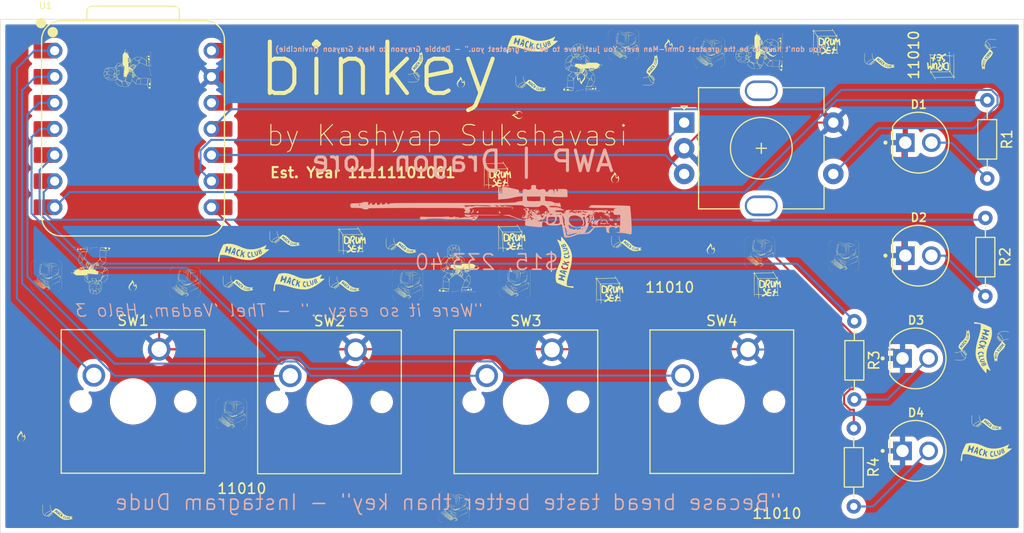
<source format=kicad_pcb>
(kicad_pcb (version 20241229) (generator "pcbnew") (generator_version "9.0")
  (layers (0 "F.Cu" signal) (2 "B.Cu" signal) (13 "F.Paste" user) (15 "B.Paste" user) (5 "F.SilkS" user "F.Silkscreen") (7 "B.SilkS" user "B.Silkscreen") (1 "F.Mask" user) (3 "B.Mask" user) (25 "Edge.Cuts" user))
  (net 0 "")
  (net 1 "GND")
  (net 2 "Net-(D1-PadA)")
  (net 3 "Net-(D2-PadA)")
  (net 4 "Net-(D3-PadA)")
  (net 5 "Net-(D4-PadA)")
  (net 6 "Net-(U1-GPIO0{slash}TX)")
  (net 7 "Net-(U1-GPIO7{slash}SCL)")
  (net 8 "Net-(U1-GPIO6{slash}SDA)")
  (net 9 "Net-(U1-GPIO1{slash}RX)")
  (net 10 "Net-(U1-GPIO26{slash}ADC0{slash}A0)")
  (net 11 "Net-(U1-GPIO27{slash}ADC1{slash}A1)")
  (net 12 "Net-(U1-GPIO28{slash}ADC2{slash}A2)")
  (net 13 "Net-(U1-GPIO29{slash}ADC3{slash}A3)")
  (net 14 "Net-(U1-GPIO3{slash}MOSI)")
  (net 15 "Net-(U1-GPIO2{slash}SCK)")
  (net 16 "Net-(U1-GPIO4{slash}MISO)")
  (footprint "xiaorp2040:computer" (layer "F.Cu") (at 57.5 94.95)
    (property "Reference" "G***" (hide yes))
    (property "Value" "LOGO" (hide yes))
  )
  (footprint "xiaorp2040:drum" (layer "F.Cu") (at 144.51427 74.579607 180)
    (property "Reference" "G***" (hide yes))
    (property "Value" "LOGO" (hide yes))
  )
  (footprint "xiaorp2040:computer" (layer "F.Cu") (at 75.46 108.38)
    (property "Reference" "G***" (hide yes))
    (property "Value" "LOGO" (hide yes))
  )
  (footprint "xiaorp2040:computer" (layer "F.Cu") (at 121.94 73.23)
    (property "Reference" "G***" (hide yes))
    (property "Value" "LOGO" (hide yes))
  )
  (footprint "xiaorp2040:orphSmall" (layer "F.Cu") (at 104.59 76.38)
    (property "Reference" "G***" (hide yes))
    (property "Value" "LOGO" (hide yes))
  )
  (footprint "xiaorp2040:drum" (layer "F.Cu") (at 87.15 91.48)
    (property "Reference" "G***" (hide yes))
    (property "Value" "LOGO" (hide yes))
  )
  (footprint "xiaorp2040:fir" (layer "F.Cu") (at 109.48 75.82 180)
    (property "Reference" "G***" (hide yes))
    (property "Value" "LOGO" (hide yes))
  )
  (footprint "xiaorp2040:flagSmall" (layer "F.Cu") (at 104.75 72.42)
    (property "Reference" "G***" (hide yes))
    (property "Value" "LOGO" (hide yes))
  )
  (footprint "xiaorp2040:computer" (layer "F.Cu") (at 126.834428 92.67)
    (property "Reference" "G***" (hide yes))
    (property "Value" "LOGO" (hide yes))
  )
  (footprint "xiaorp2040:fir" (layer "F.Cu") (at 117.99 72.44)
    (property "Reference" "G***" (hide yes))
    (property "Value" "LOGO" (hide yes))
  )
  (footprint "Button_Switch_Keyboard:SW_Cherry_MX_1.00u_PCB" (layer "F.Cu") (at 87.55 102.16)
    (property "Reference" "SW2" (at -2.54 -2.794 0) (layer "F.SilkS"))
    (property "Value" "SW_Push")
    (pad "" np_thru_hole circle (at -7.62 5.08) (size 1.7 1.7) (drill 1.7) (layers "*.Cu" "*.Mask"))
    (pad "" np_thru_hole circle (at -2.54 5.08) (size 4 4) (drill 4) (layers "*.Cu" "*.Mask"))
    (pad "" np_thru_hole circle (at 2.54 5.08) (size 1.7 1.7) (drill 1.7) (layers "*.Cu" "*.Mask"))
    (pad "1" thru_hole circle (at 0 0) (size 2.2 2.2) (drill 1.5) (layers "*.Cu" "*.Mask") (net 1 "GND"))
    (pad "2" thru_hole circle (at -6.35 2.54) (size 2.2 2.2) (drill 1.5) (layers "*.Cu" "*.Mask") (net 11 "Net-(U1-GPIO27{slash}ADC1{slash}A1)"))
  )
  (footprint "xiaorp2040:drum" (layer "F.Cu") (at 127.52 95.75)
    (property "Reference" "G***" (hide yes))
    (property "Value" "LOGO" (hide yes))
  )
  (footprint "xiaorp2040:orphSmall" (layer "F.Cu") (at 93.48 74.64 90)
    (property "Reference" "G***" (hide yes))
    (property "Value" "LOGO" (hide yes))
  )
  (footprint "xiaorp2040:orphSmall" (layer "F.Cu") (at 91.98 92.14)
    (property "Reference" "G***" (hide yes))
    (property "Value" "LOGO" (hide yes))
  )
  (footprint "xiaorp2040:orphSmall" (layer "F.Cu") (at 80.66 91.46)
    (property "Reference" "G***" (hide yes))
    (property "Value" "LOGO" (hide yes))
  )
  (footprint "xiaorp2040:flagSmall" (layer "F.Cu") (at 82.06 95.57)
    (property "Reference" "G***" (hide yes))
    (property "Value" "LOGO" (hide yes))
  )
  (footprint "xiaorp2040:fir" (layer "F.Cu") (at 127.96 73.236996 90)
    (property "Reference" "G***" (hide yes))
    (property "Value" "LOGO" (hide yes))
  )
  (footprint "xiaorp2040:computer" (layer "F.Cu") (at 135 93.01)
    (property "Reference" "G***" (hide yes))
    (property "Value" "LOGO" (hide yes))
  )
  (footprint "xiaorp2040:RotaryEncoder_EC11" (layer "F.Cu") (at 127 82.55)
    (property "Reference" "SW5")
    (property "Value" "RotaryEncoder_Switch")
    (pad "" np_thru_hole oval (at 0 -5.6) (size 3.2 2) (drill oval 2.8 1.5) (layers "*.Cu" "*.Mask"))
    (pad "" np_thru_hole oval (at 0 5.6) (size 3.2 2) (drill oval 2.8 1.5) (layers "*.Cu" "*.Mask"))
    (pad "A" thru_hole rect (at -7.5 -2.5) (size 2 2) (drill 1) (layers "*.Cu" "*.Mask") (net 15 "Net-(U1-GPIO2{slash}SCK)"))
    (pad "B" thru_hole circle (at -7.5 2.5) (size 2 2) (drill 1) (layers "*.Cu" "*.Mask") (net 16 "Net-(U1-GPIO4{slash}MISO)"))
    (pad "C" thru_hole circle (at -7.5 0) (size 2 2) (drill 1) (layers "*.Cu" "*.Mask") (net 1 "GND"))
    (pad "S1" thru_hole circle (at 7 2.5) (size 2 2) (drill 1) (layers "*.Cu" "*.Mask") (net 14 "Net-(U1-GPIO3{slash}MOSI)"))
    (pad "S2" thru_hole circle (at 7 -2.5) (size 2 2) (drill 1) (layers "*.Cu" "*.Mask") (net 1 "GND"))
  )
  (footprint "Button_Switch_Keyboard:SW_Cherry_MX_1.00u_PCB" (layer "F.Cu") (at 68.45 102.11)
    (property "Reference" "SW1" (at -2.54 -2.794 0) (layer "F.SilkS"))
    (property "Value" "SW_Push")
    (pad "" np_thru_hole circle (at -7.62 5.08) (size 1.7 1.7) (drill 1.7) (layers "*.Cu" "*.Mask"))
    (pad "" np_thru_hole circle (at -2.54 5.08) (size 4 4) (drill 4) (layers "*.Cu" "*.Mask"))
    (pad "" np_thru_hole circle (at 2.54 5.08) (size 1.7 1.7) (drill 1.7) (layers "*.Cu" "*.Mask"))
    (pad "1" thru_hole circle (at 0 0) (size 2.2 2.2) (drill 1.5) (layers "*.Cu" "*.Mask") (net 1 "GND"))
    (pad "2" thru_hole circle (at -6.35 2.54) (size 2.2 2.2) (drill 1.5) (layers "*.Cu" "*.Mask") (net 10 "Net-(U1-GPIO26{slash}ADC0{slash}A0)"))
  )
  (footprint "xiaorp2040:misterChiefSmal" (layer "F.Cu") (at 61.81 94.48 180)
    (property "Reference" "G***" (hide yes))
    (property "Value" "LOGO" (hide yes))
  )
  (footprint "xiaorp2040:computer" (layer "F.Cu") (at 103.03 95.6)
    (property "Reference" "G***" (hide yes))
    (property "Value" "LOGO" (hide yes))
  )
  (footprint "xiaorp2040:flagSmall" (layer "F.Cu") (at 76.67 92.71)
    (property "Reference" "G***" (hide yes))
    (property "Value" "LOGO" (hide yes))
  )
  (footprint "xiaorp2040:misterChiefSmal" (layer "F.Cu") (at 97.52 94.22)
    (property "Reference" "G***" (hide yes))
    (property "Value" "LOGO" (hide yes))
  )
  (footprint "xiaorp2040:fir" (layer "F.Cu") (at 103.25 79.31 90)
    (property "Reference" "G***" (hide yes))
    (property "Value" "LOGO" (hide yes))
  )
  (footprint "xiaorp2040:orphSmall" (layer "F.Cu") (at 116.33 74.95 90)
    (property "Reference" "G***" (hide yes))
    (property "Value" "LOGO" (hide yes))
  )
  (footprint "Resistor_THT:R_Axial_DIN0204_L3.6mm_D1.6mm_P7.62mm_Horizontal" (layer "F.Cu") (at 136.05 99.38 -90)
    (property "Reference" "R3" (at 3.81 -1.92 90) (layer "F.SilkS"))
    (property "Value" "R")
    (pad "1" thru_hole circle (at 0 0 270) (size 1.4 1.4) (drill 0.7) (layers "*.Cu" "*.Mask") (net 8 "Net-(U1-GPIO6{slash}SDA)"))
    (pad "2" thru_hole circle (at 7.62 0 270) (size 1.4 1.4) (drill 0.7) (layers "*.Cu" "*.Mask") (net 4 "Net-(D3-PadA)"))
  )
  (footprint "Button_Switch_Keyboard:SW_Cherry_MX_1.00u_PCB" (layer "F.Cu") (at 125.7 102.135)
    (property "Reference" "SW4" (at -2.54 -2.794 0) (layer "F.SilkS"))
    (property "Value" "SW_Push")
    (pad "" np_thru_hole circle (at -7.62 5.08) (size 1.7 1.7) (drill 1.7) (layers "*.Cu" "*.Mask"))
    (pad "" np_thru_hole circle (at -2.54 5.08) (size 4 4) (drill 4) (layers "*.Cu" "*.Mask"))
    (pad "" np_thru_hole circle (at 2.54 5.08) (size 1.7 1.7) (drill 1.7) (layers "*.Cu" "*.Mask"))
    (pad "1" thru_hole circle (at 0 0) (size 2.2 2.2) (drill 1.5) (layers "*.Cu" "*.Mask") (net 1 "GND"))
    (pad "2" thru_hole circle (at -6.35 2.54) (size 2.2 2.2) (drill 1.5) (layers "*.Cu" "*.Mask") (net 13 "Net-(U1-GPIO29{slash}ADC3{slash}A3)"))
  )
  (footprint "xiaorp2040:fir" (layer "F.Cu") (at 97.79 76.1)
    (property "Reference" "G***" (hide yes))
    (property "Value" "LOGO" (hide yes))
  )
  (footprint "xiaorp2040:LEDRD254W57D500H1070" (layer "F.Cu") (at 142 103)
    (property "Reference" "D3" (at 0.04 -3.708 0) (layer "F.SilkS") (effects (font (size 0.8 0.8))))
    (property "Value" "L08R5000Q1")
    (pad "A" thru_hole circle (at 1.27 0) (size 1.815 1.815) (drill 1.21) (layers "*.Cu" "*.Mask") (net 4 "Net-(D3-PadA)"))
    (pad "C" thru_hole rect (at -1.27 0) (size 1.815 1.815) (drill 1.21) (layers "*.Cu" "*.Mask") (net 1 "GND"))
  )
  (footprint "xiaorp2040:drum" (layer "F.Cu") (at 133.29 72.17)
    (property "Reference" "G***" (hide yes))
    (property "Value" "LOGO" (hide yes))
  )
  (footprint "xiaorp2040:orphSmall" (layer "F.Cu") (at 150.23 101.85 -90)
    (property "Reference" "G***" (hide yes))
    (property "Value" "LOGO" (hide yes))
  )
  (footprint "xiaorp2040:misterChiefSmal" (layer "F.Cu") (at 109.62 74.66)
    (property "Reference" "G***" (hide yes))
    (property "Value" "LOGO" (hide yes))
  )
  (footprint "xiaorp2040:LEDRD254W57D500H1070" (layer "F.Cu") (at 142.27 93)
    (property "Reference" "D2" (at 0.04 -3.708 0) (layer "F.SilkS") (effects (font (size 0.8 0.8))))
    (property "Value" "L08R5000Q1")
    (pad "A" thru_hole circle (at 1.27 0) (size 1.815 1.815) (drill 1.21) (layers "*.Cu" "*.Mask") (net 3 "Net-(D2-PadA)"))
    (pad "C" thru_hole rect (at -1.27 0) (size 1.815 1.815) (drill 1.21) (layers "*.Cu" "*.Mask") (net 1 "GND"))
  )
  (footprint "xiaorp2040:orphSmall" (layer "F.Cu") (at 113.892015 91.939788)
    (property "Reference" "G***" (hide yes))
    (property "Value" "LOGO" (hide yes))
  )
  (footprint "Resistor_THT:R_Axial_DIN0204_L3.6mm_D1.6mm_P7.62mm_Horizontal" (layer "F.Cu") (at 148.97 77.87 -90)
    (property "Reference" "R1" (at 3.81 -1.92 90) (layer "F.SilkS"))
    (property "Value" "R")
    (pad "1" thru_hole circle (at 0 0 270) (size 1.4 1.4) (drill 0.7) (layers "*.Cu" "*.Mask") (net 6 "Net-(U1-GPIO0{slash}TX)"))
    (pad "2" thru_hole circle (at 7.62 0 270) (size 1.4 1.4) (drill 0.7) (layers "*.Cu" "*.Mask") (net 2 "Net-(D1-PadA)"))
  )
  (footprint "xiaorp2040:computer" (layer "F.Cu") (at 97.11 117.47)
    (property "Reference" "G***" (hide yes))
    (property "Value" "LOGO" (hide yes))
  )
  (footprint "xiaorp2040:XIAO-RP2040-DIP" (layer "F.Cu") (at 65.91 80.6685)
    (property "Reference" "U1" (at -8.5 -12 0) (layer "F.SilkS") (effects (font (size 0.635 0.635) (thickness 0.1016))))
    (property "Value" "XIAO-RP2040-DIP")
    (pad "1" smd roundrect (at -8.455 -7.62 180) (size 2.432 1.524) (layers "F.Cu" "F.Mask") (roundrect_rratio 0.1) (net 10 "Net-(U1-GPIO26{slash}ADC0{slash}A0)"))
    (pad "1" thru_hole circle (at -7.62 -7.62 180) (size 1.524 1.524) (drill 0.889) (layers "*.Cu" "*.Mask") (net 10 "Net-(U1-GPIO26{slash}ADC0{slash}A0)"))
    (pad "2" smd roundrect (at -8.455 -5.08 180) (size 2.432 1.524) (layers "F.Cu" "F.Mask") (roundrect_rratio 0.1) (net 11 "Net-(U1-GPIO27{slash}ADC1{slash}A1)"))
    (pad "2" thru_hole circle (at -7.62 -5.08 180) (size 1.524 1.524) (drill 0.889) (layers "*.Cu" "*.Mask") (net 11 "Net-(U1-GPIO27{slash}ADC1{slash}A1)"))
    (pad "3" smd roundrect (at -8.455 -2.54 180) (size 2.432 1.524) (layers "F.Cu" "F.Mask") (roundrect_rratio 0.1) (net 12 "Net-(U1-GPIO28{slash}ADC2{slash}A2)"))
    (pad "3" thru_hole circle (at -7.62 -2.54 180) (size 1.524 1.524) (drill 0.889) (layers "*.Cu" "*.Mask") (net 12 "Net-(U1-GPIO28{slash}ADC2{slash}A2)"))
    (pad "4" smd roundrect (at -8.455 0 180) (size 2.432 1.524) (layers "F.Cu" "F.Mask") (roundrect_rratio 0.1) (net 13 "Net-(U1-GPIO29{slash}ADC3{slash}A3)"))
    (pad "4" thru_hole circle (at -7.62 0 180) (size 1.524 1.524) (drill 0.889) (layers "*.Cu" "*.Mask") (net 13 "Net-(U1-GPIO29{slash}ADC3{slash}A3)"))
    (pad "5" smd roundrect (at -8.455 2.54 180) (size 2.432 1.524) (layers "F.Cu" "F.Mask") (roundrect_rratio 0.1) (net 8 "Net-(U1-GPIO6{slash}SDA)"))
    (pad "5" thru_hole circle (at -7.62 2.54 180) (size 1.524 1.524) (drill 0.889) (layers "*.Cu" "*.Mask") (net 8 "Net-(U1-GPIO6{slash}SDA)"))
    (pad "6" smd roundrect (at -8.455 5.08 180) (size 2.432 1.524) (layers "F.Cu" "F.Mask") (roundrect_rratio 0.1) (net 7 "Net-(U1-GPIO7{slash}SCL)"))
    (pad "6" thru_hole circle (at -7.62 5.08 180) (size 1.524 1.524) (drill 0.889) (layers "*.Cu" "*.Mask") (net 7 "Net-(U1-GPIO7{slash}SCL)"))
    (pad "7" smd roundrect (at -8.455 7.62 180) (size 2.432 1.524) (layers "F.Cu" "F.Mask") (roundrect_rratio 0.1) (net 6 "Net-(U1-GPIO0{slash}TX)"))
    (pad "7" thru_hole circle (at -7.62 7.62 180) (size 1.524 1.524) (drill 0.889) (layers "*.Cu" "*.Mask") (net 6 "Net-(U1-GPIO0{slash}TX)"))
    (pad "8" thru_hole circle (at 7.62 7.62) (size 1.524 1.524) (drill 0.889) (layers "*.Cu" "*.Mask") (net 9 "Net-(U1-GPIO1{slash}RX)"))
    (pad "8" smd roundrect (at 8.455 7.62) (size 2.432 1.524) (layers "F.Cu" "F.Mask") (roundrect_rratio 0.1) (net 9 "Net-(U1-GPIO1{slash}RX)"))
    (pad "9" thru_hole circle (at 7.62 5.08) (size 1.524 1.524) (drill 0.889) (layers "*.Cu" "*.Mask") (net 15 "Net-(U1-GPIO2{slash}SCK)"))
    (pad "9" smd roundrect (at 8.455 5.08) (size 2.432 1.524) (layers "F.Cu" "F.Mask") (roundrect_rratio 0.1) (net 15 "Net-(U1-GPIO2{slash}SCK)"))
    (pad "10" thru_hole circle (at 7.62 2.54) (size 1.524 1.524) (drill 0.889) (layers "*.Cu" "*.Mask") (net 16 "Net-(U1-GPIO4{slash}MISO)"))
    (pad "10" smd roundrect (at 8.455 2.54) (size 2.432 1.524) (layers "F.Cu" "F.Mask") (roundrect_rratio 0.1) (net 16 "Net-(U1-GPIO4{slash}MISO)"))
    (pad "11" thru_hole circle (at 7.62 0) (size 1.524 1.524) (drill 0.889) (layers "*.Cu" "*.Mask") (net 14 "Net-(U1-GPIO3{slash}MOSI)"))
    (pad "11" smd roundrect (at 8.455 0) (size 2.432 1.524) (layers "F.Cu" "F.Mask") (roundrect_rratio 0.1) (net 14 "Net-(U1-GPIO3{slash}MOSI)"))
    (pad "12" thru_hole circle (at 7.62 -2.54) (size 1.524 1.524) (drill 0.889) (layers "*.Cu" "*.Mask"))
    (pad "12" smd roundrect (at 8.455 -2.54) (size 2.432 1.524) (layers "F.Cu" "F.Mask") (roundrect_rratio 0.1))
    (pad "13" thru_hole circle (at 7.62 -5.08) (size 1.524 1.524) (drill 0.889) (layers "*.Cu" "*.Mask") (net 1 "GND"))
    (pad "13" smd roundrect (at 8.455 -5.08) (size 2.432 1.524) (layers "F.Cu" "F.Mask") (roundrect_rratio 0.1) (net 1 "GND"))
    (pad "14" thru_hole circle (at 7.62 -7.62) (size 1.524 1.524) (drill 0.889) (layers "*.Cu" "*.Mask"))
    (pad "14" smd roundrect (at 8.455 -7.62) (size 2.432 1.524) (layers "F.Cu" "F.Mask") (roundrect_rratio 0.1))
  )
  (footprint "xiaorp2040:misterChiefSmal" (layer "F.Cu") (at 65.34 74.87 90)
    (property "Reference" "G***" (hide yes))
    (property "Value" "LOGO" (hide yes))
  )
  (footprint "xiaorp2040:orphSmall" (layer "F.Cu") (at 146.67 101.71 90)
    (property "Reference" "G***" (hide yes))
    (property "Value" "LOGO" (hide yes))
  )
  (footprint "xiaorp2040:orphSmall" (layer "F.Cu") (at 86.46 95.88)
    (property "Reference" "G***" (hide yes))
    (property "Value" "LOGO" (hide yes))
  )
  (footprint "xiaorp2040:flagSmall" (layer "F.Cu") (at 107.87 93.63 90)
    (property "Reference" "G***" (hide yes))
    (property "Value" "LOGO" (hide yes))
  )
  (footprint "xiaorp2040:drum" (layer "F.Cu") (at 112.18573 96.270393)
    (property "Reference" "G***" (hide yes))
    (property "Value" "LOGO" (hide yes))
  )
  (footprint "xiaorp2040:orphSmall" (layer "F.Cu") (at 58.58 118.1)
    (property "Reference" "G***" (hide yes))
    (property "Value" "LOGO" (hide yes))
  )
  (footprint "xiaorp2040:orphSmall" (layer "F.Cu") (at 76.13 95.82)
    (property "Reference" "G***" (hide yes))
    (property "Value" "LOGO" (hide yes))
  )
  (footprint "Resistor_THT:R_Axial_DIN0204_L3.6mm_D1.6mm_P7.62mm_Horizontal" (layer "F.Cu") (at 135.99 109.79 -90)
    (property "Reference" "R4" (at 3.81 -1.92 90) (layer "F.SilkS"))
    (property "Value" "R")
    (pad "1" thru_hole circle (at 0 0 270) (size 1.4 1.4) (drill 0.7) (layers "*.Cu" "*.Mask") (net 9 "Net-(U1-GPIO1{slash}RX)"))
    (pad "2" thru_hole circle (at 7.62 0 270) (size 1.4 1.4) (drill 0.7) (layers "*.Cu" "*.Mask") (net 5 "Net-(D4-PadA)"))
  )
  (footprint "Resistor_THT:R_Axial_DIN0204_L3.6mm_D1.6mm_P7.62mm_Horizontal" (layer "F.Cu") (at 148.79 89.33 -90)
    (property "Reference" "R2" (at 3.81 -1.92 90) (layer "F.SilkS"))
    (property "Value" "R")
    (pad "1" thru_hole circle (at 0 0 270) (size 1.4 1.4) (drill 0.7) (layers "*.Cu" "*.Mask") (net 7 "Net-(U1-GPIO7{slash}SCL)"))
    (pad "2" thru_hole circle (at 7.62 0 270) (size 1.4 1.4) (drill 0.7) (layers "*.Cu" "*.Mask") (net 3 "Net-(D2-PadA)"))
  )
  (footprint "xiaorp2040:fir" (layer "F.Cu") (at 65.88 95.89)
    (property "Reference" "G***" (hide yes))
    (property "Value" "LOGO" (hide yes))
  )
  (footprint "xiaorp2040:LEDRD254W57D500H1070" (layer "F.Cu") (at 142.27 82)
    (property "Reference" "D1" (at 0.04 -3.708 0) (layer "F.SilkS") (effects (font (size 0.8 0.8))))
    (property "Value" "L08R5000Q1")
    (pad "A" thru_hole circle (at 1.27 0) (size 1.815 1.815) (drill 1.21) (layers "*.Cu" "*.Mask") (net 2 "Net-(D1-PadA)"))
    (pad "C" thru_hole rect (at -1.27 0) (size 1.815 1.815) (drill 1.21) (layers "*.Cu" "*.Mask") (net 1 "GND"))
  )
  (footprint "xiaorp2040:orphSmall" (layer "F.Cu") (at 149.02 73.42 -90)
    (property "Reference" "G***" (hide yes))
    (property "Value" "LOGO" (hide yes))
  )
  (footprint "xiaorp2040:orphSmall" (layer "F.Cu") (at 138.5 74.14)
    (property "Reference" "G***" (hide yes))
    (property "Value" "LOGO" (hide yes))
  )
  (footprint "Button_Switch_Keyboard:SW_Cherry_MX_1.00u_PCB" (layer "F.Cu") (at 106.65 102.15)
    (property "Reference" "SW3" (at -2.54 -2.794 0) (layer "F.SilkS"))
    (property "Value" "SW_Push")
    (pad "" np_thru_hole circle (at -7.62 5.08) (size 1.7 1.7) (drill 1.7) (layers "*.Cu" "*.Mask"))
    (pad "" np_thru_hole circle (at -2.54 5.08) (size 4 4) (drill 4) (layers "*.Cu" "*.Mask"))
    (pad "" np_thru_hole circle (at 2.54 5.08) (size 1.7 1.7) (drill 1.7) (layers "*.Cu" "*.Mask"))
    (pad "1" thru_hole circle (at 0 0) (size 2.2 2.2) (drill 1.5) (layers "*.Cu" "*.Mask") (net 1 "GND"))
    (pad "2" thru_hole circle (at -6.35 2.54) (size 2.2 2.2) (drill 1.5) (layers "*.Cu" "*.Mask") (net 12 "Net-(U1-GPIO28{slash}ADC2{slash}A2)"))
  )
  (footprint "xiaorp2040:computer" (layer "F.Cu") (at 92.59 95.79)
    (property "Reference" "G***" (hide yes))
    (property "Value" "LOGO" (hide yes))
  )
  (footprint "xiaorp2040:LEDRD254W57D500H1070" (layer "F.Cu") (at 142 112)
    (property "Reference" "D4" (at 0.04 -3.708 0) (layer "F.SilkS") (effects (font (size 0.8 0.8))))
    (property "Value" "L08R5000Q1")
    (pad "A" thru_hole circle (at 1.27 0) (size 1.815 1.815) (drill 1.21) (layers "*.Cu" "*.Mask") (net 5 "Net-(D4-PadA)"))
    (pad "C" thru_hole rect (at -1.27 0) (size 1.815 1.815) (drill 1.21) (layers "*.Cu" "*.Mask") (net 1 "GND"))
  )
  (footprint "xiaorp2040:orphSmall" (layer "F.Cu") (at 148.92 109.36)
    (property "Reference" "G***" (hide yes))
    (property "Value" "LOGO" (hide yes))
  )
  (footprint "xiaorp2040:fir" (layer "F.Cu") (at 112.78 85.38)
    (property "Reference" "G***" (hide yes))
    (property "Value" "LOGO" (hide yes))
  )
  (footprint "xiaorp2040:fir" (layer "F.Cu") (at 122.09 92.31)
    (property "Reference" "G***" (hide yes))
    (property "Value" "LOGO" (hide yes))
  )
  (footprint "xiaorp2040:fir" (layer "F.Cu") (at 55.04 110.55)
    (property "Reference" "G***" (hide yes))
    (property "Value" "LOGO" (hide yes))
  )
  (footprint "xiaorp2040:computer" (layer "F.Cu") (at 113.59 72.47)
    (property "Reference" "G***" (hide yes))
    (property "Value" "LOGO" (hide yes))
  )
  (footprint "xiaorp2040:drum" (layer "F.Cu") (at 101.27573 85.090393)
    (property "Reference" "G***" (hide yes))
    (property "Value" "LOGO" (hide yes))
  )
  (footprint "xiaorp2040:misterChiefSmal" (layer "F.Cu") (at 126.77 73.13 90)
    (property "Reference" "G***" (hide yes))
    (property "Value" "LOGO" (hide yes))
  )
  (footprint "xiaorp2040:flagSmall" (layer "F.Cu") (at 148.56 101.98 -90)
    (property "Reference" "G***" (hide yes))
    (property "Value" "LOGO" (hide yes))
  )
  (footprint "xiaorp2040:drum" (layer "F.Cu") (at 102.66573 91.231237)
    (property "Reference" "G***" (hide yes))
    (property "Value" "LOGO" (hide yes))
  )
  (footprint "xiaorp2040:flagSmall" (layer "F.Cu") (at 148.883886 112.1)
    (property "Reference" "G***" (hide yes))
    (property "Value" "LOGO" (hide yes))
  )
  (footprint "xiaorp2040:computer" (layer "F.Cu") (at 70.97 95.58)
    (property "Reference" "G***" (hide yes))
    (property "Value" "LOGO" (hide yes))
  )
  (footprint "xiaorp2040:awpmid" (layer "B.Cu") (at 100.69 88.02 180)
    (property "Reference" "G***" (hide yes))
    (property "Value" "LOGO" (hide yes))
  )
  (gr_rect (start 53 70) (end 152.52 120) (stroke (width 0.05)) (fill no) (layer "Edge.Cuts"))
  (gr_text "11010" (at 74.01 116.26 0) (layer "F.SilkS") (effects (font (size 1 1)) (justify left bottom)))
  (gr_text "binkey" (at 77.76 77.8 0) (layer "F.SilkS") (effects (font (size 5 5) (thickness 0.4)) (justify left bottom)))
  (gr_text "11010" (at 115.62 96.67 0) (layer "F.SilkS") (effects (font (size 1 1)) (justify left bottom)))
  (gr_text "11010" (at 126.04 118.68 0) (layer "F.SilkS") (effects (font (size 1 1)) (justify left bottom)))
  (gr_text "Est. Year 11111101001" (at 79.13 85.51 0) (layer "F.SilkS") (effects (font (size 1 1) (thickness 0.2) (bold yes)) (justify left bottom)))
  (gr_text "by Kashyap Sukshavasi" (at 78.77 82.48 0) (layer "F.SilkS") (effects (font (size 2 2) (thickness 0.1)) (justify left bottom)))
  (gr_text "11010" (at 142.41 75.94 90) (layer "F.SilkS") (effects (font (size 1 1)) (justify left bottom)))
  (gr_text "{dblquote}Becase bread taste better than key{dblquote} - Instagram Dude" (at 129.08 117.881372 -0) (layer "B.SilkS") (effects (font (size 1.5 1.5)) (justify left bottom mirror)))
  (gr_text "$15, 233.40" (at 107.396573 94.511293 -0) (layer "B.SilkS") (effects (font (size 1.5 1.5)) (justify left bottom mirror)))
  (gr_text "AWP | Dragon Lore" (at 112.827213 84.978784 -0) (layer "B.SilkS") (effects (font (size 2 2) (thickness 0.3)) (justify left bottom mirror)))
  (gr_text "{dblquote}You don't have to be the greatest Omni-Man ever. You just have to be the greatest you.{dblquote} - Debbie Grayson to Mark Grayson (Invincible)" (at 133.38902 73.191759 -0) (layer "B.SilkS") (effects (font (size 0.5 0.5) (thickness 0.1)) (justify left bottom mirror)))
  (gr_text "{dblquote}Were it so easy...{dblquote} - Thel 'Vadam, Halo 3" (at 100.14 99.04 0) (layer "B.SilkS") (effects (font (size 1.2 1.2) (thickness 0.12) (italic yes)) (justify left bottom mirror)))
  (segment (start 68.45 80.6685) (end 73.53 75.5885) (width 0.2) (layer "F.Cu") (net 1))
  (segment (start 68.45 102.11) (end 125.675 102.11) (width 0.2) (layer "F.Cu") (net 1))
  (segment (start 68.45 102.11) (end 87.5 102.11) (width 0.2) (layer "F.Cu") (net 1))
  (segment (start 140.73 112) (end 140.73 82.27) (width 0.2) (layer "F.Cu") (net 1))
  (segment (start 122 80.05) (end 134 80.05) (width 0.2) (layer "F.Cu") (net 1))
  (segment (start 119.5 82.55) (end 122 80.05) (width 0.2) (layer "F.Cu") (net 1))
  (segment (start 140.73 112) (end 140.73 103) (width 0.2) (layer "F.Cu") (net 1))
  (segment (start 106.61 102.11) (end 106.65 102.15) (width 0.2) (layer "F.Cu") (net 1))
  (segment (start 140.73 93.27) (end 141 93) (width 0.2) (layer "F.Cu") (net 1))
  (segment (start 135.95 82) (end 141 82) (width 0.2) (layer "F.Cu") (net 1))
  (segment (start 68.45 102.11) (end 106.61 102.11) (width 0.2) (layer "F.Cu") (net 1))
  (segment (start 134 80.05) (end 135.95 82) (width 0.2) (layer "F.Cu") (net 1))
  (segment (start 87.5 102.11) (end 87.55 102.16) (width 0.2) (layer "F.Cu") (net 1))
  (segment (start 125.675 102.11) (end 125.7 102.135) (width 0.2) (layer "F.Cu") (net 1))
  (segment (start 68.45 102.11) (end 68.45 80.6685) (width 0.2) (layer "F.Cu") (net 1))
  (segment (start 140.73 82.27) (end 141 82) (width 0.2) (layer "F.Cu") (net 1))
  (segment (start 140.73 112) (end 140.73 93.27) (width 0.2) (layer "F.Cu") (net 1))
  (segment (start 125.7 102.135) (end 139.865 102.135) (width 0.2) (layer "B.Cu") (net 1))
  (segment (start 139.865 102.135) (end 140.73 103) (width 0.2) (layer "B.Cu") (net 1))
  (segment (start 145.48 82) (end 148.97 85.49) (width 0.2) (layer "B.Cu") (net 2))
  (segment (start 143.54 82) (end 145.48 82) (width 0.2) (layer "B.Cu") (net 2))
  (segment (start 143.54 93) (end 144.84 93) (width 0.2) (layer "B.Cu") (net 3))
  (segment (start 144.84 93) (end 148.79 96.95) (width 0.2) (layer "B.Cu") (net 3))
  (segment (start 143.27 103) (end 139.27 107) (width 0.2) (layer "B.Cu") (net 4))
  (segment (start 139.27 107) (end 136.05 107) (width 0.2) (layer "B.Cu") (net 4))
  (segment (start 137.86 117.41) (end 135.99 117.41) (width 0.2) (layer "B.Cu") (net 5))
  (segment (start 143.27 112) (end 137.86 117.41) (width 0.2) (layer "B.Cu") (net 5))
  (segment (start 125.398608 86.8115) (end 134.340108 77.87) (width 0.2) (layer "B.Cu") (net 6))
  (segment (start 59.767 86.8115) (end 125.398608 86.8115) (width 0.2) (layer "B.Cu") (net 6))
  (segment (start 58.29 88.2885) (end 59.767 86.8115) (width 0.2) (layer "B.Cu") (net 6))
  (segment (start 134.340108 77.87) (end 148.97 77.87) (width 0.2) (layer "B.Cu") (net 6))
  (segment (start 57.227 88.72881) (end 57.99919 89.501) (width 0.2) (layer "B.Cu") (net 7))
  (segment (start 58.29 85.7485) (end 57.227 86.8115) (width 0.2) (layer "B.Cu") (net 7))
  (segment (start 57.99919 89.501) (end 148.619 89.501) (width 0.2) (layer "B.Cu") (net 7))
  (segment (start 57.227 86.8115) (end 57.227 88.72881) (width 0.2) (layer "B.Cu") (net 7))
  (segment (start 148.619 89.501) (end 148.79 89.33) (width 0.2) (layer "B.Cu") (net 7))
  (segment (start 58.29 83.2085) (end 56.826 84.6725) (width 0.2) (layer "B.Cu") (net 8))
  (segment (start 61.71009 93.779) (end 130.449 93.779) (width 0.2) (layer "B.Cu") (net 8))
  (segment (start 130.449 93.779) (end 136.05 99.38) (width 0.2) (layer "B.Cu") (net 8))
  (segment (start 56.826 84.6725) (end 56.826 88.89491) (width 0.2) (layer "B.Cu") (net 8))
  (segment (start 56.826 88.89491) (end 61.71009 93.779) (width 0.2) (layer "B.Cu") (net 8))
  (segment (start 135.049 107.414628) (end 135.049 106.585372) (width 0.2) (layer "F.Cu") (net 9))
  (segment (start 126.054372 90.8) (end 76.0415 90.8) (width 0.2) (layer "F.Cu") (net 9))
  (segment (start 135.049 106.585372) (end 135.635372 105.999) (width 0.2) (layer "F.Cu") (net 9))
  (segment (start 135.99 100.735628) (end 126.054372 90.8) (width 0.2) (layer "F.Cu") (net 9))
  (segment (start 135.99 105.999) (end 135.99 100.735628) (width 0.2) (layer "F.Cu") (net 9))
  (segment (start 135.99 109.79) (end 135.99 108.001) (width 0.2) (layer "F.Cu") (net 9))
  (segment (start 135.99 108.001) (end 135.635372 108.001) (width 0.2) (layer "F.Cu") (net 9))
  (segment (start 135.635372 108.001) (end 135.049 107.414628) (width 0.2) (layer "F.Cu") (net 9))
  (segment (start 76.0415 90.8) (end 73.53 88.2885) (width 0.2) (layer "F.Cu") (net 9))
  (segment (start 135.635372 105.999) (end 135.99 105.999) (width 0.2) (layer "F.Cu") (net 9))
  (segment (start 54.62 74.71) (end 54.66 74.71) (width 0.2) (layer "B.Cu") (net 10))
  (segment (start 62.1 104.65) (end 54.62 97.17) (width 0.2) (layer "B.Cu") (net 10))
  (segment (start 54.62 97.17) (end 54.62 74.71) (width 0.2) (layer "B.Cu") (net 10))
  (segment (start 56.3215 73.0485) (end 58.29 73.0485) (width 0.2) (layer "B.Cu") (net 10))
  (segment (start 54.66 74.71) (end 56.3215 73.0485) (width 0.2) (layer "B.Cu") (net 10))
  (segment (start 56.4415 75.5885) (end 58.29 75.5885) (width 0.2) (layer "B.Cu") (net 11))
  (segment (start 64.131314 104.7) (end 55.12 95.688686) (width 0.2) (layer "B.Cu") (net 11))
  (segment (start 81.2 104.7) (end 64.131314 104.7) (width 0.2) (layer "B.Cu") (net 11))
  (segment (start 55.12 76.86) (end 55.17 76.86) (width 0.2) (layer "B.Cu") (net 11))
  (segment (start 55.17 76.86) (end 56.4415 75.5885) (width 0.2) (layer "B.Cu") (net 11))
  (segment (start 55.12 95.688686) (end 55.12 76.86) (width 0.2) (layer "B.Cu") (net 11))
  (segment (start 83.191314 104.69) (end 81.800314 103.299) (width 0.2) (layer "B.Cu") (net 12))
  (segment (start 100.3 104.69) (end 83.191314 104.69) (width 0.2) (layer "B.Cu") (net 12))
  (segment (start 55.64 95.04) (end 55.64 79.27) (width 0.2) (layer "B.Cu") (net 12))
  (segment (start 80.407686 103.511) (end 64.111 103.511) (width 0.2) (layer "B.Cu") (net 12))
  (segment (start 81.800314 103.299) (end 80.619686 103.299) (width 0.2) (layer "B.Cu") (net 12))
  (segment (start 80.619686 103.299) (end 80.407686 103.511) (width 0.2) (layer "B.Cu") (net 12))
  (segment (start 55.64 79.27) (end 56.7815 78.1285) (width 0.2) (layer "B.Cu") (net 12))
  (segment (start 64.111 103.511) (end 55.64 95.04) (width 0.2) (layer "B.Cu") (net 12))
  (segment (start 56.7815 78.1285) (end 58.29 78.1285) (width 0.2) (layer "B.Cu") (net 12))
  (segment (start 80.05 103.11) (end 71.12 94.18) (width 0.2) (layer "B.Cu") (net 13))
  (segment (start 56.041 81.46) (end 56.07 81.46) (width 0.2) (layer "B.Cu") (net 13))
  (segment (start 100.880314 103.289) (end 88.402314 103.289) (width 0.2) (layer "B.Cu") (net 13))
  (segment (start 102.266314 104.675) (end 100.880314 103.289) (width 0.2) (layer "B.Cu") (net 13))
  (segment (start 56.07 81.46) (end 56.8615 80.6685) (width 0.2) (layer "B.Cu") (net 13))
  (segment (start 81.966414 102.898) (end 80.262 102.898) (width 0.2) (layer "B.Cu") (net 13))
  (segment (start 56.8615 80.6685) (end 58.29 80.6685) (width 0.2) (layer "B.Cu") (net 13))
  (segment (start 119.35 104.675) (end 102.266314 104.675) (width 0.2) (layer "B.Cu") (net 13))
  (segment (start 61.331 94.18) (end 56.041 88.89) (width 0.2) (layer "B.Cu") (net 13))
  (segment (start 80.262 102.898) (end 80.05 103.11) (width 0.2) (layer "B.Cu") (net 13))
  (segment (start 87.681314 104.01) (end 83.078414 104.01) (width 0.2) (layer "B.Cu") (net 13))
  (segment (start 88.402314 103.289) (end 87.681314 104.01) (width 0.2) (layer "B.Cu") (net 13))
  (segment (start 83.078414 104.01) (end 81.966414 102.898) (width 0.2) (layer "B.Cu") (net 13))
  (segment (start 56.041 88.89) (end 56.041 81.46) (width 0.2) (layer "B.Cu") (net 13))
  (segment (start 71.12 94.18) (end 61.331 94.18) (width 0.2) (layer "B.Cu") (net 13))
  (segment (start 149.384628 76.869) (end 149.971 77.455372) (width 0.2) (layer "B.Cu") (net 14))
  (segment (start 138.461108 80.588892) (end 134 85.05) (width 0.2) (layer "B.Cu") (net 14))
  (segment (start 149.971 78.284628) (end 147.666736 80.588892) (width 0.2) (layer "B.Cu") (net 14))
  (segment (start 134.774008 76.869) (end 149.384628 76.869) (width 0.2) (layer "B.Cu") (net 14))
  (segment (start 73.53 80.6685) (end 75.4495 78.749) (width 0.2) (layer "B.Cu") (net 14))
  (segment (start 147.666736 80.588892) (end 138.461108 80.588892) (width 0.2) (layer "B.Cu") (net 14))
  (segment (start 149.971 77.455372) (end 149.971 78.284628) (width 0.2) (layer "B.Cu") (net 14))
  (segment (start 75.4495 78.749) (end 132.894008 78.749) (width 0.2) (layer "B.Cu") (net 14))
  (segment (start 132.894008 78.749) (end 134.774008 76.869) (width 0.2) (layer "B.Cu") (net 14))
  (segment (start 117.8185 81.7315) (end 119.5 80.05) (width 0.2) (layer "B.Cu") (net 15))
  (segment (start 72.467 82.76819) (end 73.50369 81.7315) (width 0.2) (layer "B.Cu") (net 15))
  (segment (start 72.467 84.6855) (end 72.467 82.76819) (width 0.2) (layer "B.Cu") (net 15))
  (segment (start 73.53 85.7485) (end 72.467 84.6855) (width 0.2) (layer "B.Cu") (net 15))
  (segment (start 73.50369 81.7315) (end 117.8185 81.7315) (width 0.2) (layer "B.Cu") (net 15))
  (segment (start 117.6585 83.2085) (end 119.5 85.05) (width 0.2) (layer "B.Cu") (net 16))
  (segment (start 73.53 83.2085) (end 117.6585 83.2085) (width 0.2) (layer "B.Cu") (net 16))
  (zone (net 1) (net_name "GND") (layers "F.Cu" "B.Cu") (connect_pads (clearance 0.5)) (min_thickness 0.25) (fill yes (thermal_gap 0.5) (thermal_bridge_width 0.5))
    (polygon (pts (xy 53.02 70.01) (xy 53 119.99) (xy 152.51 120) (xy 152.52 70)))
  )
)
</source>
